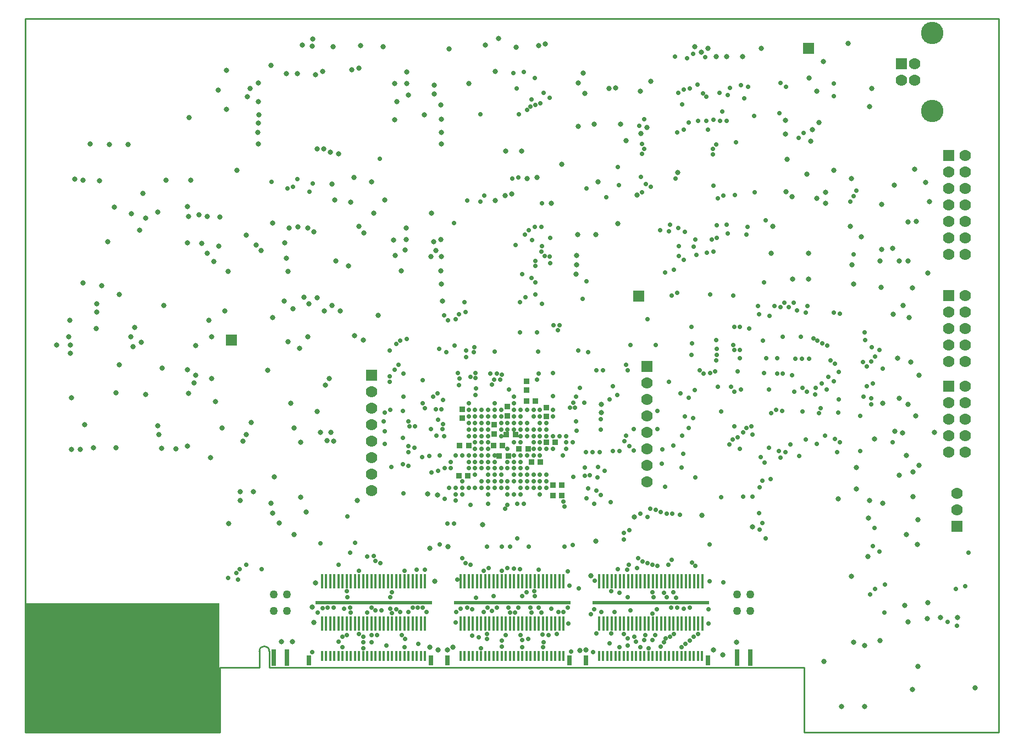
<source format=gbs>
%FSLAX23Y23*%
%MOIN*%
G70*
G01*
G75*
G04 Layer_Color=16711935*
%ADD10C,0.040*%
%ADD11R,0.030X0.030*%
%ADD12R,0.037X0.035*%
%ADD13R,0.037X0.035*%
%ADD14R,0.075X0.020*%
%ADD15R,0.020X0.075*%
%ADD16R,0.330X0.370*%
%ADD17R,0.040X0.160*%
%ADD18R,0.090X0.012*%
%ADD19R,0.012X0.090*%
%ADD20R,0.031X0.060*%
%ADD21R,0.014X0.060*%
%ADD22R,0.030X0.100*%
%ADD23O,0.080X0.024*%
%ADD24O,0.024X0.080*%
%ADD25R,0.070X0.078*%
%ADD26R,0.063X0.063*%
%ADD27R,0.035X0.037*%
%ADD28R,0.035X0.037*%
%ADD29R,0.015X0.100*%
%ADD30O,0.015X0.100*%
%ADD31R,0.098X0.051*%
%ADD32R,0.100X0.052*%
%ADD33R,0.128X0.128*%
%ADD34R,0.020X0.012*%
%ADD35R,0.012X0.020*%
%ADD36R,0.085X0.071*%
%ADD37R,0.071X0.085*%
%ADD38R,0.030X0.030*%
%ADD39R,0.125X0.060*%
%ADD40R,0.030X0.037*%
%ADD41R,0.060X0.050*%
%ADD42R,0.037X0.030*%
%ADD43R,0.050X0.060*%
%ADD44R,0.100X0.095*%
%ADD45R,0.060X0.060*%
%ADD46R,0.060X0.125*%
%ADD47R,0.028X0.017*%
%ADD48R,0.095X0.100*%
%ADD49R,0.063X0.063*%
%ADD50R,0.060X0.060*%
%ADD51O,0.071X0.012*%
%ADD52O,0.012X0.071*%
%ADD53R,0.100X0.280*%
%ADD54R,0.045X0.014*%
%ADD55R,0.057X0.022*%
%ADD56R,0.057X0.022*%
%ADD57R,0.022X0.057*%
%ADD58R,0.022X0.057*%
%ADD59C,0.019*%
%ADD60R,1.170X0.780*%
%ADD61C,0.006*%
%ADD62C,0.008*%
%ADD63C,0.020*%
%ADD64C,0.010*%
%ADD65C,0.015*%
%ADD66C,0.050*%
%ADD67C,0.062*%
%ADD68R,0.062X0.062*%
%ADD69C,0.128*%
%ADD70C,0.236*%
%ADD71C,0.025*%
%ADD72C,0.020*%
%ADD73C,0.040*%
G04:AMPARAMS|DCode=74|XSize=85mil|YSize=85mil|CornerRadius=0mil|HoleSize=0mil|Usage=FLASHONLY|Rotation=0.000|XOffset=0mil|YOffset=0mil|HoleType=Round|Shape=Relief|Width=10mil|Gap=10mil|Entries=4|*
%AMTHD74*
7,0,0,0.085,0.065,0.010,45*
%
%ADD74THD74*%
%ADD75C,0.082*%
%ADD76C,0.132*%
G04:AMPARAMS|DCode=77|XSize=102mil|YSize=102mil|CornerRadius=0mil|HoleSize=0mil|Usage=FLASHONLY|Rotation=0.000|XOffset=0mil|YOffset=0mil|HoleType=Round|Shape=Relief|Width=10mil|Gap=10mil|Entries=4|*
%AMTHD77*
7,0,0,0.102,0.082,0.010,45*
%
%ADD77THD77*%
%ADD78C,0.065*%
G04:AMPARAMS|DCode=79|XSize=178mil|YSize=178mil|CornerRadius=0mil|HoleSize=0mil|Usage=FLASHONLY|Rotation=0.000|XOffset=0mil|YOffset=0mil|HoleType=Round|Shape=Relief|Width=10mil|Gap=10mil|Entries=4|*
%AMTHD79*
7,0,0,0.178,0.158,0.010,45*
%
%ADD79THD79*%
G04:AMPARAMS|DCode=80|XSize=96mil|YSize=96mil|CornerRadius=0mil|HoleSize=0mil|Usage=FLASHONLY|Rotation=0.000|XOffset=0mil|YOffset=0mil|HoleType=Round|Shape=Relief|Width=10mil|Gap=10mil|Entries=4|*
%AMTHD80*
7,0,0,0.096,0.076,0.010,45*
%
%ADD80THD80*%
%ADD81C,0.035*%
%ADD82C,0.030*%
%ADD83C,0.158*%
%ADD84C,0.076*%
%ADD85R,0.016X0.085*%
%ADD86R,0.707X0.020*%
%ADD87C,0.009*%
%ADD88C,0.010*%
%ADD89C,0.012*%
%ADD90C,0.024*%
%ADD91C,0.004*%
%ADD92C,0.008*%
%ADD93C,0.005*%
%ADD94R,0.350X0.200*%
%ADD95R,0.090X0.740*%
%ADD96R,0.500X0.090*%
%ADD97R,0.505X0.090*%
%ADD98C,0.120*%
%ADD99R,0.038X0.038*%
%ADD100C,0.080*%
%ADD101R,0.045X0.043*%
%ADD102R,0.045X0.043*%
%ADD103R,0.083X0.028*%
%ADD104R,0.028X0.083*%
%ADD105R,0.338X0.378*%
%ADD106R,0.048X0.168*%
%ADD107R,0.098X0.020*%
%ADD108R,0.020X0.098*%
%ADD109O,0.088X0.032*%
%ADD110O,0.032X0.088*%
%ADD111R,0.078X0.086*%
%ADD112R,0.071X0.071*%
%ADD113R,0.043X0.045*%
%ADD114R,0.043X0.045*%
%ADD115R,0.023X0.108*%
%ADD116O,0.023X0.108*%
%ADD117R,0.106X0.059*%
%ADD118R,0.108X0.060*%
%ADD119R,0.136X0.136*%
%ADD120R,0.028X0.020*%
%ADD121R,0.020X0.028*%
%ADD122R,0.093X0.079*%
%ADD123R,0.079X0.093*%
%ADD124R,0.038X0.038*%
%ADD125R,0.133X0.068*%
%ADD126R,0.038X0.045*%
%ADD127R,0.068X0.058*%
%ADD128R,0.045X0.038*%
%ADD129R,0.058X0.068*%
%ADD130R,0.108X0.103*%
%ADD131R,0.068X0.068*%
%ADD132R,0.068X0.133*%
%ADD133R,0.036X0.025*%
%ADD134R,0.103X0.108*%
%ADD135R,0.071X0.071*%
%ADD136R,0.068X0.068*%
%ADD137O,0.079X0.020*%
%ADD138O,0.020X0.079*%
%ADD139R,0.108X0.288*%
%ADD140R,0.053X0.022*%
%ADD141R,0.065X0.030*%
%ADD142R,0.065X0.030*%
%ADD143R,0.030X0.065*%
%ADD144R,0.030X0.065*%
%ADD145C,0.027*%
%ADD146R,1.178X0.788*%
%ADD147C,0.058*%
%ADD148C,0.070*%
%ADD149R,0.070X0.070*%
%ADD150C,0.136*%
%ADD151C,0.244*%
%ADD152C,0.033*%
%ADD153C,0.028*%
D20*
X3402Y435D02*
D03*
X4142D02*
D03*
X3302D02*
D03*
X2562D02*
D03*
X2462D02*
D03*
X1722D02*
D03*
D21*
X1825Y462D02*
D03*
X1850D02*
D03*
X1875D02*
D03*
X1900D02*
D03*
X1925D02*
D03*
X1950D02*
D03*
X1975D02*
D03*
X2000D02*
D03*
X2025D02*
D03*
X2050D02*
D03*
X2075D02*
D03*
X2100D02*
D03*
X2125D02*
D03*
X2150D02*
D03*
X2175D02*
D03*
X2200D02*
D03*
X2225D02*
D03*
X2250D02*
D03*
X2275D02*
D03*
X2300D02*
D03*
X2325D02*
D03*
X2350D02*
D03*
X2375D02*
D03*
X2400D02*
D03*
X2640D02*
D03*
X2665D02*
D03*
X2690D02*
D03*
X2715D02*
D03*
X2740D02*
D03*
X2765D02*
D03*
X2790D02*
D03*
X2815D02*
D03*
X2840D02*
D03*
X2865D02*
D03*
X2890D02*
D03*
X2915D02*
D03*
X2940D02*
D03*
X2965D02*
D03*
X2990D02*
D03*
X3015D02*
D03*
X3040D02*
D03*
X3065D02*
D03*
X3090D02*
D03*
X3115D02*
D03*
X3140D02*
D03*
X3165D02*
D03*
X3190D02*
D03*
X3215D02*
D03*
X3240D02*
D03*
X3265D02*
D03*
X3480Y463D02*
D03*
X3505D02*
D03*
X3530D02*
D03*
X3555D02*
D03*
X3580D02*
D03*
X3605D02*
D03*
X3630D02*
D03*
X3655D02*
D03*
X3680D02*
D03*
X3705D02*
D03*
X3730D02*
D03*
X3755D02*
D03*
X3780D02*
D03*
X3805D02*
D03*
X3830D02*
D03*
X3855D02*
D03*
X3880D02*
D03*
X3905D02*
D03*
X3930D02*
D03*
X3955D02*
D03*
X3980D02*
D03*
X4005D02*
D03*
X4030D02*
D03*
X4055D02*
D03*
X4080D02*
D03*
X4105D02*
D03*
X1800Y462D02*
D03*
X2425D02*
D03*
D22*
X1508Y453D02*
D03*
X1587D02*
D03*
X4318Y453D02*
D03*
X4397D02*
D03*
D64*
X1480Y492D02*
G03*
X1420Y492I-30J0D01*
G01*
X5905Y0D02*
Y4330D01*
X0D02*
X5905D01*
X1420Y394D02*
Y492D01*
X1480Y395D02*
Y492D01*
Y394D02*
X4117D01*
X4725D01*
X1180D02*
X1420D01*
X4725Y0D02*
X5905D01*
X4725D02*
Y394D01*
X0Y0D02*
Y4330D01*
Y0D02*
X1180D01*
Y394D01*
D66*
X1588Y737D02*
D03*
Y837D02*
D03*
X1508D02*
D03*
Y737D02*
D03*
X4398D02*
D03*
X4318D02*
D03*
X4318Y837D02*
D03*
X4398D02*
D03*
D85*
X4106Y915D02*
D03*
Y660D02*
D03*
X4006Y915D02*
D03*
X4031D02*
D03*
X4056D02*
D03*
X4006Y660D02*
D03*
X4031D02*
D03*
X4056D02*
D03*
X3931Y915D02*
D03*
X3956D02*
D03*
X3981D02*
D03*
X3931Y660D02*
D03*
X3956D02*
D03*
X3981D02*
D03*
X3856Y915D02*
D03*
X3881D02*
D03*
X3856Y660D02*
D03*
X3881D02*
D03*
X3781Y915D02*
D03*
X3806D02*
D03*
X3781Y660D02*
D03*
X3806D02*
D03*
X3706Y915D02*
D03*
X3731D02*
D03*
X3706Y660D02*
D03*
X3731D02*
D03*
X3606Y915D02*
D03*
X3631D02*
D03*
X3656D02*
D03*
X3606Y660D02*
D03*
X3631D02*
D03*
X3656D02*
D03*
X3531Y915D02*
D03*
X3556D02*
D03*
X3581D02*
D03*
X3531Y660D02*
D03*
X3556D02*
D03*
X3581D02*
D03*
X3481Y915D02*
D03*
Y660D02*
D03*
X3215Y915D02*
D03*
X3240D02*
D03*
X3215Y660D02*
D03*
X3240D02*
D03*
X3140Y915D02*
D03*
X3165D02*
D03*
X3140Y660D02*
D03*
X3165D02*
D03*
X3065Y915D02*
D03*
X3090D02*
D03*
X3065Y660D02*
D03*
X3090D02*
D03*
X2965Y915D02*
D03*
X2990D02*
D03*
X3015D02*
D03*
X2965Y660D02*
D03*
X2990D02*
D03*
X3015D02*
D03*
X2890Y915D02*
D03*
X2915D02*
D03*
X2940D02*
D03*
X2890Y660D02*
D03*
X2915D02*
D03*
X2940D02*
D03*
X2815Y915D02*
D03*
X2840D02*
D03*
X2815Y660D02*
D03*
X2840D02*
D03*
X2740Y915D02*
D03*
X2765D02*
D03*
X2740Y660D02*
D03*
X2765D02*
D03*
X2665Y915D02*
D03*
X2690D02*
D03*
X2665Y660D02*
D03*
X2690D02*
D03*
X2425Y915D02*
D03*
Y660D02*
D03*
X2325Y915D02*
D03*
X2350D02*
D03*
X2375D02*
D03*
X2325Y660D02*
D03*
X2350D02*
D03*
X2375D02*
D03*
X2250Y915D02*
D03*
X2275D02*
D03*
X2300D02*
D03*
X2250Y660D02*
D03*
X2275D02*
D03*
X2300D02*
D03*
X2175Y915D02*
D03*
X2200D02*
D03*
X2175Y660D02*
D03*
X2200D02*
D03*
X2100Y915D02*
D03*
X2125D02*
D03*
X2100Y660D02*
D03*
X2125D02*
D03*
X2025Y915D02*
D03*
X2050D02*
D03*
X2025Y660D02*
D03*
X2050D02*
D03*
X1925Y915D02*
D03*
X1950D02*
D03*
X1975D02*
D03*
X1925Y660D02*
D03*
X1950D02*
D03*
X1975D02*
D03*
X1850Y915D02*
D03*
X1875D02*
D03*
X1900D02*
D03*
X1850Y660D02*
D03*
X1875D02*
D03*
X1900D02*
D03*
X1800Y915D02*
D03*
Y660D02*
D03*
X4081Y915D02*
D03*
Y660D02*
D03*
X3681Y915D02*
D03*
X3756D02*
D03*
X3831D02*
D03*
X3906D02*
D03*
X3681Y660D02*
D03*
X3756D02*
D03*
X3831D02*
D03*
X3906D02*
D03*
X3506Y915D02*
D03*
Y660D02*
D03*
X3040Y915D02*
D03*
X3115D02*
D03*
X3190D02*
D03*
X3265D02*
D03*
X3040Y660D02*
D03*
X3115D02*
D03*
X3190D02*
D03*
X3265D02*
D03*
X2715Y915D02*
D03*
X2790D02*
D03*
X2865D02*
D03*
X2715Y660D02*
D03*
X2790D02*
D03*
X2865D02*
D03*
X2400Y915D02*
D03*
X2640D02*
D03*
X2400Y660D02*
D03*
X2640D02*
D03*
X2075Y915D02*
D03*
X2150D02*
D03*
X2225D02*
D03*
X2075Y660D02*
D03*
X2150D02*
D03*
X2225D02*
D03*
X1825Y915D02*
D03*
X2000D02*
D03*
X1825Y660D02*
D03*
X2000D02*
D03*
D86*
X2113Y787D02*
D03*
X2953D02*
D03*
X3793D02*
D03*
D99*
X2875Y1675D02*
D03*
X2930D02*
D03*
X3050Y1720D02*
D03*
X2995D02*
D03*
X2918Y1805D02*
D03*
X2973D02*
D03*
X2840Y1740D02*
D03*
X2895D02*
D03*
X2685Y1555D02*
D03*
X2630D02*
D03*
X3200Y1500D02*
D03*
X3255D02*
D03*
X3070Y1640D02*
D03*
X3125D02*
D03*
X2690Y1740D02*
D03*
X2635D02*
D03*
X3160Y1759D02*
D03*
X3215D02*
D03*
X3095Y2010D02*
D03*
X3040D02*
D03*
X3200Y1435D02*
D03*
X3255D02*
D03*
D124*
X2845Y1810D02*
D03*
Y1865D02*
D03*
X3160Y1915D02*
D03*
Y1970D02*
D03*
X2650Y1905D02*
D03*
Y1960D02*
D03*
X2925Y1920D02*
D03*
Y1975D02*
D03*
X3040Y2130D02*
D03*
Y2075D02*
D03*
D131*
X4750Y4150D02*
D03*
X1250Y2380D02*
D03*
X3720Y2645D02*
D03*
D146*
X590Y390D02*
D03*
D147*
X118Y79D02*
D03*
X276D02*
D03*
X433D02*
D03*
X591D02*
D03*
X748D02*
D03*
X906D02*
D03*
X1063D02*
D03*
Y236D02*
D03*
X906D02*
D03*
X748D02*
D03*
X591D02*
D03*
X433D02*
D03*
X276D02*
D03*
X118D02*
D03*
X748Y394D02*
D03*
X591D02*
D03*
X433D02*
D03*
X1063Y551D02*
D03*
X906D02*
D03*
X748D02*
D03*
X591D02*
D03*
X433D02*
D03*
X276D02*
D03*
X118D02*
D03*
X1063Y709D02*
D03*
X906D02*
D03*
X748D02*
D03*
X591D02*
D03*
X433D02*
D03*
X276D02*
D03*
X118D02*
D03*
D148*
X5315Y3957D02*
D03*
X5394D02*
D03*
Y4055D02*
D03*
X2100Y2065D02*
D03*
Y1965D02*
D03*
Y1865D02*
D03*
Y1765D02*
D03*
Y1665D02*
D03*
Y1565D02*
D03*
X2100Y1465D02*
D03*
X5700Y2550D02*
D03*
X5600Y2450D02*
D03*
Y2550D02*
D03*
Y2250D02*
D03*
X5700Y2650D02*
D03*
X5600Y2350D02*
D03*
X5700D02*
D03*
Y2450D02*
D03*
Y2000D02*
D03*
X5600Y1900D02*
D03*
Y2000D02*
D03*
Y1700D02*
D03*
X5700Y2100D02*
D03*
Y1700D02*
D03*
X5600Y1800D02*
D03*
X5700D02*
D03*
Y1900D02*
D03*
X5650Y1450D02*
D03*
X5650Y1350D02*
D03*
X5700Y3500D02*
D03*
X5600Y3400D02*
D03*
X5700D02*
D03*
X5600Y3300D02*
D03*
X5700D02*
D03*
X5600Y3200D02*
D03*
X5700D02*
D03*
X5600Y3100D02*
D03*
X5700D02*
D03*
X5600Y3000D02*
D03*
X5700D02*
D03*
X5600Y2900D02*
D03*
X5700D02*
D03*
X3770Y1520D02*
D03*
X3770Y1620D02*
D03*
Y1720D02*
D03*
Y1820D02*
D03*
Y1920D02*
D03*
Y2020D02*
D03*
Y2120D02*
D03*
X5700Y2250D02*
D03*
D149*
X5315Y4055D02*
D03*
X2100Y2165D02*
D03*
X5600Y2650D02*
D03*
Y2100D02*
D03*
X5650Y1250D02*
D03*
X5600Y3500D02*
D03*
X3770Y2220D02*
D03*
D150*
X5500Y4243D02*
D03*
Y3769D02*
D03*
D151*
X197Y394D02*
D03*
X984D02*
D03*
D152*
X5320Y1815D02*
D03*
X5150Y1780D02*
D03*
X3190Y3210D02*
D03*
X2790Y4170D02*
D03*
X3115Y4165D02*
D03*
X1680Y4170D02*
D03*
X2025Y4030D02*
D03*
X1715Y3060D02*
D03*
X2025Y3070D02*
D03*
X2055Y3030D02*
D03*
X1750Y665D02*
D03*
X1740Y760D02*
D03*
X1760Y905D02*
D03*
X2115Y3150D02*
D03*
X3957Y3397D02*
D03*
X4105Y1315D02*
D03*
X282Y1715D02*
D03*
X335Y1715D02*
D03*
X4410Y1245D02*
D03*
X465Y2710D02*
D03*
X350Y2725D02*
D03*
X435Y2600D02*
D03*
X570Y2655D02*
D03*
X985Y2200D02*
D03*
X1035Y2165D02*
D03*
X1130Y2145D02*
D03*
X840Y2590D02*
D03*
X830Y2210D02*
D03*
X705Y2365D02*
D03*
X640Y2400D02*
D03*
X1025Y2120D02*
D03*
X1340Y1805D02*
D03*
X1035Y2345D02*
D03*
X1130Y2400D02*
D03*
X1210Y2555D02*
D03*
X1115Y2500D02*
D03*
X1145Y2855D02*
D03*
X1105Y2905D02*
D03*
X1230Y2795D02*
D03*
X1175Y2950D02*
D03*
X1070Y2965D02*
D03*
X985Y3190D02*
D03*
X990Y3130D02*
D03*
X1055Y3140D02*
D03*
X715Y3270D02*
D03*
X855Y3350D02*
D03*
X1005D02*
D03*
X1105Y3130D02*
D03*
X985Y2970D02*
D03*
X695Y3045D02*
D03*
X805Y3155D02*
D03*
X500Y2975D02*
D03*
X540Y3185D02*
D03*
X450Y3345D02*
D03*
X730Y3120D02*
D03*
X645Y3145D02*
D03*
X350Y3350D02*
D03*
X625Y3565D02*
D03*
X510D02*
D03*
X395Y3570D02*
D03*
X2500Y1440D02*
D03*
X1320Y1765D02*
D03*
X1470Y2195D02*
D03*
X1195Y1845D02*
D03*
X655Y2340D02*
D03*
X570Y2230D02*
D03*
X430Y2450D02*
D03*
X270Y2500D02*
D03*
X435Y2550D02*
D03*
X265Y2400D02*
D03*
X275Y2350D02*
D03*
X190D02*
D03*
X275Y2300D02*
D03*
X995Y3730D02*
D03*
X1220Y3780D02*
D03*
X1170Y3895D02*
D03*
X1220Y4015D02*
D03*
X1415Y3940D02*
D03*
X1500Y3090D02*
D03*
X1600Y3060D02*
D03*
X1655Y3065D02*
D03*
X2100Y3340D02*
D03*
X1975Y3215D02*
D03*
X1979Y4021D02*
D03*
X3735Y3633D02*
D03*
X3770Y3670D02*
D03*
X5290Y2270D02*
D03*
X5015Y2835D02*
D03*
X4855Y3210D02*
D03*
X4905Y3410D02*
D03*
X5010Y3360D02*
D03*
X2180Y3230D02*
D03*
X2465Y3150D02*
D03*
X2520Y2990D02*
D03*
X2310Y3060D02*
D03*
X2477Y2978D02*
D03*
X2490Y2924D02*
D03*
X2310Y2990D02*
D03*
X2235Y2985D02*
D03*
X2245Y2893D02*
D03*
X2305Y2925D02*
D03*
X2460Y2885D02*
D03*
X3795Y3950D02*
D03*
X3729Y3889D02*
D03*
X2530Y2615D02*
D03*
X300Y3355D02*
D03*
X415Y1725D02*
D03*
X550D02*
D03*
X280Y2030D02*
D03*
X360Y1865D02*
D03*
X550Y2060D02*
D03*
X915Y1720D02*
D03*
X730Y2050D02*
D03*
X805Y1860D02*
D03*
X990Y2055D02*
D03*
X2525Y2720D02*
D03*
X2520Y2800D02*
D03*
X2525Y2885D02*
D03*
X5040Y1605D02*
D03*
Y1475D02*
D03*
X5200Y1390D02*
D03*
X4930Y1415D02*
D03*
X5120Y1405D02*
D03*
X5115Y1300D02*
D03*
X5110Y1065D02*
D03*
X5410Y1140D02*
D03*
X5415Y1290D02*
D03*
X5345Y1200D02*
D03*
X5355Y670D02*
D03*
X5185Y555D02*
D03*
X5090Y525D02*
D03*
X4845Y430D02*
D03*
X5380Y260D02*
D03*
X4950Y155D02*
D03*
X5090D02*
D03*
X5335Y770D02*
D03*
X5475Y785D02*
D03*
X5550Y695D02*
D03*
X5655D02*
D03*
X5470Y690D02*
D03*
X5415Y400D02*
D03*
X5760Y270D02*
D03*
X5025Y545D02*
D03*
X5010Y945D02*
D03*
X5385Y1430D02*
D03*
X5300Y1560D02*
D03*
X5385Y1580D02*
D03*
X5420Y1620D02*
D03*
X5345Y1680D02*
D03*
X985Y1735D02*
D03*
X5515Y1820D02*
D03*
X5200Y1995D02*
D03*
X5300Y2025D02*
D03*
X5420Y2165D02*
D03*
X5370Y2245D02*
D03*
X5325Y2590D02*
D03*
X5360Y2515D02*
D03*
X5265Y2535D02*
D03*
X5380Y2695D02*
D03*
X5475Y2785D02*
D03*
X5070Y3005D02*
D03*
X5193Y3202D02*
D03*
X5270Y3320D02*
D03*
X4855Y3275D02*
D03*
X4800Y3240D02*
D03*
X4740Y3385D02*
D03*
X4765Y3585D02*
D03*
X4815Y3700D02*
D03*
X4775Y3655D02*
D03*
X5120Y3795D02*
D03*
X4610Y3712D02*
D03*
X4755Y3970D02*
D03*
X4800Y3890D02*
D03*
X5135Y3905D02*
D03*
X4840Y4070D02*
D03*
X4990Y4180D02*
D03*
X4465Y4150D02*
D03*
X4140D02*
D03*
X4060Y4160D02*
D03*
X3385Y4000D02*
D03*
X3540Y3905D02*
D03*
X3580Y3910D02*
D03*
X3155Y4175D02*
D03*
X2570Y4145D02*
D03*
X2170Y4160D02*
D03*
X3355Y3675D02*
D03*
X3450Y3690D02*
D03*
X3610D02*
D03*
X3645Y3590D02*
D03*
X4650Y3250D02*
D03*
X4615Y3280D02*
D03*
X4535Y3070D02*
D03*
X4525Y2905D02*
D03*
X4750D02*
D03*
Y2750D02*
D03*
X4655D02*
D03*
X5025Y2720D02*
D03*
X3695Y1305D02*
D03*
X3430Y950D02*
D03*
X3460Y1160D02*
D03*
X2565Y1125D02*
D03*
X2485Y915D02*
D03*
X2455Y1115D02*
D03*
X2775Y1260D02*
D03*
X2440Y1445D02*
D03*
X3495Y1990D02*
D03*
Y1940D02*
D03*
X2015Y1405D02*
D03*
X1630Y1200D02*
D03*
X1540Y1270D02*
D03*
X1500Y1330D02*
D03*
X1490Y1390D02*
D03*
X1705Y1335D02*
D03*
X1305Y1405D02*
D03*
X1235Y1265D02*
D03*
X5355Y3095D02*
D03*
Y2860D02*
D03*
X5405Y3100D02*
D03*
X5300Y2860D02*
D03*
X5195Y2930D02*
D03*
X5260Y2935D02*
D03*
X5190Y2700D02*
D03*
X5395Y3415D02*
D03*
X5460Y3335D02*
D03*
X5485Y3220D02*
D03*
X5185Y2860D02*
D03*
X5005Y3070D02*
D03*
X5400Y1920D02*
D03*
X5355Y1990D02*
D03*
X5275Y1825D02*
D03*
X4175Y500D02*
D03*
X4230Y470D02*
D03*
X4315Y545D02*
D03*
X3365Y495D02*
D03*
X3400Y500D02*
D03*
X2455Y515D02*
D03*
X2595D02*
D03*
X2560Y500D02*
D03*
X2505D02*
D03*
X1620Y550D02*
D03*
X1555D02*
D03*
X1285Y3410D02*
D03*
X1340Y3015D02*
D03*
X1180Y3125D02*
D03*
X1430Y2924D02*
D03*
X1400Y2956D02*
D03*
X1585Y2875D02*
D03*
X1595Y2795D02*
D03*
X1570Y2615D02*
D03*
X1500Y2515D02*
D03*
X1595Y2370D02*
D03*
X1715Y2400D02*
D03*
X1996Y2406D02*
D03*
X1910Y2555D02*
D03*
X2050Y2380D02*
D03*
X1815Y2555D02*
D03*
X1625Y2570D02*
D03*
X1860Y2590D02*
D03*
X1720Y2600D02*
D03*
X1770Y2635D02*
D03*
X1690Y2640D02*
D03*
X2140Y2530D02*
D03*
X2280Y2800D02*
D03*
X1960Y2830D02*
D03*
X1885Y2860D02*
D03*
X1750Y3035D02*
D03*
X3345Y2835D02*
D03*
Y2893D02*
D03*
X3340Y2780D02*
D03*
X3350Y3020D02*
D03*
X3460D02*
D03*
X3595Y3085D02*
D03*
X3710Y3260D02*
D03*
X3395Y3875D02*
D03*
X3355Y3940D02*
D03*
X2850Y4010D02*
D03*
X3105Y3365D02*
D03*
X3045Y3360D02*
D03*
X3010Y3525D02*
D03*
X2915D02*
D03*
X2950Y3265D02*
D03*
X2910Y3255D02*
D03*
X2850Y3225D02*
D03*
X3255Y3445D02*
D03*
X1415Y3825D02*
D03*
X1348Y3858D02*
D03*
X1365Y3906D02*
D03*
X1417Y3748D02*
D03*
X1415Y3695D02*
D03*
X1410Y3640D02*
D03*
X1415Y3570D02*
D03*
X1900Y3510D02*
D03*
X2240Y3715D02*
D03*
X2255Y3825D02*
D03*
X2240Y3935D02*
D03*
X2480Y3874D02*
D03*
Y3925D02*
D03*
X2690Y3935D02*
D03*
X2315D02*
D03*
X2325Y3865D02*
D03*
X2420Y3745D02*
D03*
X2520Y3805D02*
D03*
X2525Y3720D02*
D03*
Y3640D02*
D03*
Y3570D02*
D03*
X2978Y4155D02*
D03*
X2870Y4210D02*
D03*
X4254Y4100D02*
D03*
X4352D02*
D03*
X4190D02*
D03*
X4100Y4125D02*
D03*
X4620Y3475D02*
D03*
X4610Y3630D02*
D03*
X3475Y3340D02*
D03*
X2315Y4005D02*
D03*
X1575Y2970D02*
D03*
X1805Y4010D02*
D03*
X1760Y3990D02*
D03*
X2035Y4165D02*
D03*
X1868Y4160D02*
D03*
X1742Y4163D02*
D03*
X1745Y4205D02*
D03*
X1650Y3995D02*
D03*
X1584Y3996D02*
D03*
X1490Y4045D02*
D03*
X1770Y3540D02*
D03*
X1810D02*
D03*
X1850Y3520D02*
D03*
X1878Y3230D02*
D03*
X1860Y3325D02*
D03*
X1995Y3365D02*
D03*
X1845Y2145D02*
D03*
X1665Y2330D02*
D03*
X1820Y2105D02*
D03*
X1770Y1945D02*
D03*
X1855Y1820D02*
D03*
X1870Y1765D02*
D03*
X1830Y1770D02*
D03*
X1790Y1820D02*
D03*
X1630Y1845D02*
D03*
X1670Y1760D02*
D03*
X1610Y1995D02*
D03*
X1510Y1550D02*
D03*
X1385Y1460D02*
D03*
X1305D02*
D03*
X1670Y1425D02*
D03*
X1155Y2005D02*
D03*
X1125Y1665D02*
D03*
X665Y2455D02*
D03*
X828Y1722D02*
D03*
X810Y1805D02*
D03*
X1370Y1880D02*
D03*
D153*
X2785Y3255D02*
D03*
X3135Y3210D02*
D03*
X4185Y2190D02*
D03*
X4090Y2195D02*
D03*
X4115Y2175D02*
D03*
X4155Y2180D02*
D03*
X2475Y2035D02*
D03*
X2505Y1895D02*
D03*
X4615Y3915D02*
D03*
X5025Y3253D02*
D03*
X4375Y3020D02*
D03*
X5065Y1920D02*
D03*
X5260Y1760D02*
D03*
X5180Y1095D02*
D03*
X5150Y1240D02*
D03*
X3104Y2426D02*
D03*
X2220Y1610D02*
D03*
X3015Y825D02*
D03*
X3885Y570D02*
D03*
X4045Y1030D02*
D03*
X4065Y1010D02*
D03*
X3939Y4100D02*
D03*
X3890Y820D02*
D03*
X4795Y2090D02*
D03*
X4740Y2065D02*
D03*
X4715Y1945D02*
D03*
X2565Y2500D02*
D03*
X2540Y2530D02*
D03*
X4455Y1230D02*
D03*
X4570Y1705D02*
D03*
X4490Y1175D02*
D03*
X4470Y1270D02*
D03*
X4610Y1700D02*
D03*
X3985Y1800D02*
D03*
X3690Y1710D02*
D03*
X4065Y1548D02*
D03*
X3775Y2505D02*
D03*
X4905Y2130D02*
D03*
X4870Y2155D02*
D03*
X5105Y2100D02*
D03*
X5140Y2115D02*
D03*
X5135Y2335D02*
D03*
X5200Y2205D02*
D03*
X5130Y2250D02*
D03*
X5155Y2280D02*
D03*
X5180Y2320D02*
D03*
X5080Y2245D02*
D03*
X4935Y2185D02*
D03*
X4885Y2255D02*
D03*
X5095Y2380D02*
D03*
X5090Y2425D02*
D03*
X4910Y2235D02*
D03*
X3920Y2650D02*
D03*
X3955Y2665D02*
D03*
X4155Y2655D02*
D03*
X3835Y1950D02*
D03*
X4025Y2030D02*
D03*
X3905Y2125D02*
D03*
X3865Y1715D02*
D03*
X3980Y1605D02*
D03*
X3990Y1690D02*
D03*
X3930Y1740D02*
D03*
X3860Y1630D02*
D03*
X3880Y1490D02*
D03*
X3665Y1735D02*
D03*
X3690Y1840D02*
D03*
X3645Y1800D02*
D03*
X3635Y1765D02*
D03*
X3605Y1705D02*
D03*
X3515Y1585D02*
D03*
X4050Y1905D02*
D03*
X3425Y1560D02*
D03*
X3395Y1555D02*
D03*
X3325Y1550D02*
D03*
X3505Y2195D02*
D03*
X4475Y2375D02*
D03*
X2295Y1450D02*
D03*
X2515Y1140D02*
D03*
X2560Y1265D02*
D03*
X3465Y1465D02*
D03*
X2600Y1265D02*
D03*
X4280Y2095D02*
D03*
X4200D02*
D03*
X4300Y2320D02*
D03*
X4040Y2290D02*
D03*
X4135Y2910D02*
D03*
X4175Y2915D02*
D03*
X3835Y1840D02*
D03*
X4800Y1750D02*
D03*
X4455Y1485D02*
D03*
X4470Y1525D02*
D03*
X4450Y1330D02*
D03*
X4735Y1775D02*
D03*
X4695Y1675D02*
D03*
X4580Y1665D02*
D03*
X4235Y910D02*
D03*
X3970Y1320D02*
D03*
X4220Y1425D02*
D03*
X4335Y1720D02*
D03*
X4410Y1430D02*
D03*
X4355D02*
D03*
X2125Y1040D02*
D03*
X2000Y1150D02*
D03*
X1955Y1310D02*
D03*
X1970Y1090D02*
D03*
X1790Y1145D02*
D03*
X1435Y990D02*
D03*
X1340Y1015D02*
D03*
X1300Y990D02*
D03*
X1280Y965D02*
D03*
X1290Y925D02*
D03*
X1230Y935D02*
D03*
X1495Y3340D02*
D03*
X1590Y3300D02*
D03*
X1625Y3310D02*
D03*
X1650Y3355D02*
D03*
X1745Y3330D02*
D03*
X2150Y3480D02*
D03*
X2680Y3225D02*
D03*
X4425Y3275D02*
D03*
X4200Y3240D02*
D03*
X4255Y3080D02*
D03*
X4235Y3255D02*
D03*
X4305Y3260D02*
D03*
X4310Y3580D02*
D03*
X4215Y3710D02*
D03*
X4175Y3715D02*
D03*
X4130Y3710D02*
D03*
X4140Y3655D02*
D03*
X4080Y3710D02*
D03*
X4025Y3700D02*
D03*
X3985Y3810D02*
D03*
X4130Y3855D02*
D03*
X4110Y3875D02*
D03*
X4030Y3905D02*
D03*
X3995Y3900D02*
D03*
X3960Y3880D02*
D03*
X4076Y3931D02*
D03*
X4125Y4095D02*
D03*
X4015Y4090D02*
D03*
X4050Y4115D02*
D03*
X3405Y3300D02*
D03*
X3450Y1385D02*
D03*
X2425Y1965D02*
D03*
X3755Y3720D02*
D03*
X3995Y3655D02*
D03*
X4255Y3710D02*
D03*
X3955Y3640D02*
D03*
X3595Y3430D02*
D03*
X3740Y3510D02*
D03*
X3755Y3540D02*
D03*
X3740Y3570D02*
D03*
X3145Y3880D02*
D03*
X3180Y3850D02*
D03*
X3070Y3840D02*
D03*
X3125Y3815D02*
D03*
X3095Y3805D02*
D03*
X4210Y3880D02*
D03*
X3065Y3795D02*
D03*
X3045Y3775D02*
D03*
X2995Y3750D02*
D03*
X3725Y3680D02*
D03*
X2960Y4000D02*
D03*
X3025Y4005D02*
D03*
X2980Y3905D02*
D03*
X3090Y3970D02*
D03*
X4340Y3925D02*
D03*
X4385Y3915D02*
D03*
X4360Y3845D02*
D03*
X4260Y3865D02*
D03*
X4275Y3910D02*
D03*
X5005Y3220D02*
D03*
X5040Y3285D02*
D03*
X4190Y3565D02*
D03*
X4170Y3540D02*
D03*
Y3505D02*
D03*
X4228Y3767D02*
D03*
X2990Y3365D02*
D03*
X2955Y3360D02*
D03*
X2600Y3090D02*
D03*
X2760Y3220D02*
D03*
Y3750D02*
D03*
X4580Y3940D02*
D03*
X4690Y3605D02*
D03*
X4420Y3740D02*
D03*
X5025Y2900D02*
D03*
X4545Y2585D02*
D03*
X4490Y3105D02*
D03*
X4575Y3755D02*
D03*
X4905Y3935D02*
D03*
Y3860D02*
D03*
X4720Y3635D02*
D03*
X4175Y3315D02*
D03*
X4905Y2545D02*
D03*
X4940Y2540D02*
D03*
X4480Y2730D02*
D03*
X3935Y2805D02*
D03*
X3880Y2790D02*
D03*
X3965Y2890D02*
D03*
X4070Y2895D02*
D03*
X4065Y2990D02*
D03*
X4000Y3035D02*
D03*
X3960Y3060D02*
D03*
X3905Y3040D02*
D03*
X3910Y3080D02*
D03*
X3965Y2950D02*
D03*
X4260Y3025D02*
D03*
X4195Y3000D02*
D03*
X4165Y2990D02*
D03*
X4195Y3075D02*
D03*
X4380Y3065D02*
D03*
X3850Y3045D02*
D03*
X3945Y3360D02*
D03*
X3735Y3370D02*
D03*
X3765Y3325D02*
D03*
X3795Y3310D02*
D03*
X3740Y3275D02*
D03*
X3525Y3245D02*
D03*
X3600Y3320D02*
D03*
X3405Y2735D02*
D03*
X3995Y2865D02*
D03*
X4055Y2945D02*
D03*
X4319Y2191D02*
D03*
X4480Y2180D02*
D03*
X4335Y2270D02*
D03*
X4190Y2380D02*
D03*
X4335Y2320D02*
D03*
X4295Y2350D02*
D03*
X4495Y2270D02*
D03*
X4300Y2460D02*
D03*
X4335D02*
D03*
X4390Y2450D02*
D03*
X4450Y2535D02*
D03*
X4445Y2585D02*
D03*
X4295Y2650D02*
D03*
X4515Y2525D02*
D03*
X4595Y2400D02*
D03*
X4580Y2580D02*
D03*
X4605Y2605D02*
D03*
X4630Y2580D02*
D03*
X4660Y2605D02*
D03*
X4680Y2560D02*
D03*
X4735Y2545D02*
D03*
X4743Y2587D02*
D03*
X3355Y2315D02*
D03*
X4850Y1800D02*
D03*
X4045Y2360D02*
D03*
X4815Y1935D02*
D03*
X2265Y2230D02*
D03*
X4780Y2390D02*
D03*
X4805Y2375D02*
D03*
X4835Y2360D02*
D03*
X4865Y2345D02*
D03*
X4705Y2400D02*
D03*
X3070Y2755D02*
D03*
X3015Y2780D02*
D03*
X3380Y2630D02*
D03*
X3185Y3000D02*
D03*
X3135Y2950D02*
D03*
X3130Y2915D02*
D03*
X3150Y2890D02*
D03*
X3180Y2885D02*
D03*
X3185Y2845D02*
D03*
X3130Y3065D02*
D03*
X3090D02*
D03*
X4040Y2460D02*
D03*
X3670Y2350D02*
D03*
X3825D02*
D03*
X3465Y2195D02*
D03*
X3415Y2305D02*
D03*
X3320Y1135D02*
D03*
X3290Y975D02*
D03*
X3490Y1440D02*
D03*
X3470Y1545D02*
D03*
X3405Y1420D02*
D03*
X3415Y1480D02*
D03*
X2295Y2035D02*
D03*
X2240Y2200D02*
D03*
X2410Y1995D02*
D03*
X2985Y1175D02*
D03*
X2807Y1562D02*
D03*
X2886Y1602D02*
D03*
X2925D02*
D03*
X2728Y1484D02*
D03*
X2689D02*
D03*
X2650D02*
D03*
X2886Y1562D02*
D03*
X2847D02*
D03*
X2965D02*
D03*
X3004D02*
D03*
Y1602D02*
D03*
X2965D02*
D03*
X2768Y1484D02*
D03*
X3004D02*
D03*
Y1444D02*
D03*
X2847Y1484D02*
D03*
X2807D02*
D03*
X2847Y1523D02*
D03*
X2650Y1444D02*
D03*
X2610Y1405D02*
D03*
X2700Y1380D02*
D03*
X2847Y1602D02*
D03*
Y1680D02*
D03*
X2807Y1720D02*
D03*
Y1602D02*
D03*
X2847Y1641D02*
D03*
X2965Y1523D02*
D03*
X3161D02*
D03*
Y1484D02*
D03*
X3122Y1444D02*
D03*
Y1484D02*
D03*
X3083D02*
D03*
X3122Y1523D02*
D03*
X3043D02*
D03*
X3083D02*
D03*
X3122Y1562D02*
D03*
X3161D02*
D03*
X3083D02*
D03*
X3043D02*
D03*
Y1484D02*
D03*
X2925Y1523D02*
D03*
X2965Y1444D02*
D03*
X3225Y595D02*
D03*
X3024Y1385D02*
D03*
X2984D02*
D03*
X3004Y1523D02*
D03*
X2910Y1355D02*
D03*
X2886Y1523D02*
D03*
Y1484D02*
D03*
X2925Y1380D02*
D03*
X2925Y1484D02*
D03*
Y1444D02*
D03*
X2807Y1385D02*
D03*
X2860Y755D02*
D03*
X2807Y1444D02*
D03*
Y1523D02*
D03*
X2768D02*
D03*
X2728Y1562D02*
D03*
X2768Y1602D02*
D03*
X2728D02*
D03*
X2689D02*
D03*
X2580D02*
D03*
X2689Y1641D02*
D03*
X2580D02*
D03*
X3004D02*
D03*
X2925Y1720D02*
D03*
X2965Y1759D02*
D03*
X3004D02*
D03*
X2886Y1798D02*
D03*
X2807Y1759D02*
D03*
Y1838D02*
D03*
X2886D02*
D03*
X2965D02*
D03*
X2925Y1641D02*
D03*
X2965Y1680D02*
D03*
Y1641D02*
D03*
X3260Y1680D02*
D03*
X3280Y1720D02*
D03*
X3319Y1759D02*
D03*
X3161Y1720D02*
D03*
X3043Y1602D02*
D03*
X3004Y1680D02*
D03*
X3043D02*
D03*
X3083D02*
D03*
X3122D02*
D03*
Y1720D02*
D03*
X3083D02*
D03*
X3280Y1759D02*
D03*
Y1798D02*
D03*
X3240D02*
D03*
X3201D02*
D03*
X3122Y1759D02*
D03*
X3083D02*
D03*
X2768Y1877D02*
D03*
X3122Y1798D02*
D03*
X3083D02*
D03*
X3161Y1877D02*
D03*
Y1838D02*
D03*
X3122D02*
D03*
X3083D02*
D03*
X3043D02*
D03*
X3004D02*
D03*
X3305Y1970D02*
D03*
X3122Y1877D02*
D03*
X3043D02*
D03*
X3004D02*
D03*
X3201Y1917D02*
D03*
X3122D02*
D03*
X3083D02*
D03*
X3004D02*
D03*
X3430Y718D02*
D03*
X3358Y873D02*
D03*
X3790Y1355D02*
D03*
X3730Y1325D02*
D03*
X3775Y1305D02*
D03*
X3550Y1395D02*
D03*
X3925Y1325D02*
D03*
X3665Y1225D02*
D03*
X3890Y1325D02*
D03*
X3855Y1335D02*
D03*
X3825Y1350D02*
D03*
X3900Y1015D02*
D03*
X3716Y1056D02*
D03*
X4150Y915D02*
D03*
X3995Y750D02*
D03*
X4030Y755D02*
D03*
X3955D02*
D03*
X3917Y757D02*
D03*
X3920Y1045D02*
D03*
X3930Y850D02*
D03*
X3947Y817D02*
D03*
X3655Y820D02*
D03*
X3810D02*
D03*
X3935Y596D02*
D03*
X2990Y755D02*
D03*
X3040Y850D02*
D03*
X2940Y725D02*
D03*
X2930Y755D02*
D03*
X2915Y590D02*
D03*
X2890Y555D02*
D03*
X2840Y825D02*
D03*
X2620Y925D02*
D03*
X2700Y1015D02*
D03*
X2670Y1025D02*
D03*
X2650Y1055D02*
D03*
X2800Y565D02*
D03*
Y595D02*
D03*
X2750Y575D02*
D03*
X2780Y730D02*
D03*
X2805Y755D02*
D03*
X2830Y735D02*
D03*
X2924Y995D02*
D03*
X2710Y585D02*
D03*
X2735Y815D02*
D03*
X3000Y990D02*
D03*
X2965Y992D02*
D03*
X2890Y980D02*
D03*
X2780D02*
D03*
X2810Y995D02*
D03*
X2385Y535D02*
D03*
X2300Y980D02*
D03*
X2425Y985D02*
D03*
X2375D02*
D03*
X2225Y850D02*
D03*
X2215Y820D02*
D03*
X2303Y568D02*
D03*
X2285Y590D02*
D03*
X1900Y1015D02*
D03*
X1870Y755D02*
D03*
X1835D02*
D03*
X1803Y752D02*
D03*
X1775Y725D02*
D03*
X1900Y550D02*
D03*
X1924Y579D02*
D03*
X1950Y590D02*
D03*
X1955Y820D02*
D03*
X1950Y855D02*
D03*
X2050Y545D02*
D03*
X2025Y980D02*
D03*
X2050Y580D02*
D03*
X2025Y595D02*
D03*
X1970Y755D02*
D03*
X1975Y725D02*
D03*
X1935Y750D02*
D03*
X2100Y590D02*
D03*
X2135D02*
D03*
X2190Y525D02*
D03*
X2100Y545D02*
D03*
X2075Y725D02*
D03*
X2100Y755D02*
D03*
X2125Y740D02*
D03*
X2160D02*
D03*
X2350Y755D02*
D03*
X2325Y730D02*
D03*
X2380Y755D02*
D03*
X2410D02*
D03*
X2435Y730D02*
D03*
X2155Y1025D02*
D03*
X2115Y1070D02*
D03*
X2075Y1065D02*
D03*
X3015Y515D02*
D03*
X3140Y515D02*
D03*
X2300Y515D02*
D03*
X2050Y510D02*
D03*
X2275Y730D02*
D03*
X2250Y745D02*
D03*
X2225Y724D02*
D03*
X2215Y750D02*
D03*
X1925Y515D02*
D03*
X2710Y745D02*
D03*
X2680Y755D02*
D03*
X2640Y750D02*
D03*
X2615Y730D02*
D03*
X2610Y665D02*
D03*
X2765Y510D02*
D03*
X2890Y520D02*
D03*
X2940Y1125D02*
D03*
X2800D02*
D03*
X2965Y1877D02*
D03*
Y1917D02*
D03*
X2925Y1838D02*
D03*
Y1877D02*
D03*
X2886D02*
D03*
Y1917D02*
D03*
X2807Y1641D02*
D03*
X2768D02*
D03*
X2728D02*
D03*
X2689Y1680D02*
D03*
X2650D02*
D03*
X2610D02*
D03*
X2728D02*
D03*
Y1720D02*
D03*
X2768Y1759D02*
D03*
X2728D02*
D03*
X2768Y1798D02*
D03*
Y1838D02*
D03*
X2728Y1798D02*
D03*
X2689D02*
D03*
X2728Y1838D02*
D03*
X2689D02*
D03*
X2807Y1877D02*
D03*
X2728D02*
D03*
X2689D02*
D03*
X2728Y1917D02*
D03*
X3083Y1956D02*
D03*
X3201Y1956D02*
D03*
X2689Y1956D02*
D03*
Y1917D02*
D03*
X2768D02*
D03*
X2807D02*
D03*
Y1956D02*
D03*
X2768D02*
D03*
X2728D02*
D03*
X2886D02*
D03*
X2965D02*
D03*
X3043D02*
D03*
X3122D02*
D03*
X2847Y1917D02*
D03*
X1740Y485D02*
D03*
X3005Y590D02*
D03*
X3015Y560D02*
D03*
X3050Y565D02*
D03*
X2970Y725D02*
D03*
X3065Y755D02*
D03*
X3070Y725D02*
D03*
X3115Y755D02*
D03*
X3130Y725D02*
D03*
X3295Y660D02*
D03*
X3290Y755D02*
D03*
X3136Y594D02*
D03*
X3175Y590D02*
D03*
X3090Y825D02*
D03*
X3086Y856D02*
D03*
X3115Y985D02*
D03*
X3145Y545D02*
D03*
X3189Y751D02*
D03*
X3235Y730D02*
D03*
X3265D02*
D03*
X3310Y490D02*
D03*
X3455Y920D02*
D03*
X3445Y485D02*
D03*
X3605Y845D02*
D03*
X3555Y855D02*
D03*
X2890Y1125D02*
D03*
X3465Y600D02*
D03*
X3555D02*
D03*
X3300Y890D02*
D03*
X3495Y730D02*
D03*
X3575D02*
D03*
X3545Y540D02*
D03*
X3605Y515D02*
D03*
X3630Y595D02*
D03*
X3655Y525D02*
D03*
Y570D02*
D03*
X3695Y580D02*
D03*
X3660Y1015D02*
D03*
X3705Y550D02*
D03*
X3670Y740D02*
D03*
X3730Y515D02*
D03*
X3755Y560D02*
D03*
X3710Y995D02*
D03*
X3760Y590D02*
D03*
X3450Y745D02*
D03*
X3780Y510D02*
D03*
X3805Y560D02*
D03*
X3820Y590D02*
D03*
X3805Y720D02*
D03*
X3830Y745D02*
D03*
X3855Y520D02*
D03*
X3875Y545D02*
D03*
X3630Y1210D02*
D03*
Y1170D02*
D03*
X3805Y850D02*
D03*
X3650Y985D02*
D03*
X3745Y1035D02*
D03*
X3775Y1025D02*
D03*
X3835Y1010D02*
D03*
X3805Y1015D02*
D03*
X4080Y595D02*
D03*
X4055Y580D02*
D03*
X4030Y555D02*
D03*
X4145Y660D02*
D03*
Y745D02*
D03*
X4005Y535D02*
D03*
X3980Y515D02*
D03*
X3875Y845D02*
D03*
X3910Y580D02*
D03*
X2807Y1798D02*
D03*
X3004D02*
D03*
X2630Y2105D02*
D03*
X2725Y2335D02*
D03*
X2670Y2550D02*
D03*
X3001Y2610D02*
D03*
X3035Y2640D02*
D03*
X3095Y2655D02*
D03*
X2720Y2305D02*
D03*
X2675Y2315D02*
D03*
X2730Y2150D02*
D03*
X2700Y2155D02*
D03*
X2630Y2535D02*
D03*
X2635Y2145D02*
D03*
X2605Y2346D02*
D03*
X2555Y2305D02*
D03*
X2510Y2325D02*
D03*
X3135Y2600D02*
D03*
X3095Y2730D02*
D03*
X3230Y2440D02*
D03*
X3205Y2470D02*
D03*
X3240D02*
D03*
X3200Y2040D02*
D03*
X3325Y2000D02*
D03*
X3340Y2035D02*
D03*
X3105Y2140D02*
D03*
X3115Y2175D02*
D03*
X3004Y1956D02*
D03*
X3055Y3045D02*
D03*
X3030Y3020D02*
D03*
X2975Y2955D02*
D03*
X3075Y2985D02*
D03*
X2730Y2045D02*
D03*
X2735Y2085D02*
D03*
X2820Y2175D02*
D03*
X2860D02*
D03*
X2890Y2170D02*
D03*
X2830Y2110D02*
D03*
X2880Y2140D02*
D03*
X2847Y1995D02*
D03*
X2965D02*
D03*
X3095Y2860D02*
D03*
Y2830D02*
D03*
X2965Y2035D02*
D03*
X3000Y2425D02*
D03*
X2847Y2310D02*
D03*
X2625Y2180D02*
D03*
X2730D02*
D03*
X2845Y2140D02*
D03*
X2935Y2080D02*
D03*
X2847Y1956D02*
D03*
X2689Y1995D02*
D03*
X3335Y1970D02*
D03*
X3390Y2000D02*
D03*
X3365Y2090D02*
D03*
X2535Y2015D02*
D03*
X2665Y2610D02*
D03*
X2525Y1960D02*
D03*
X2490D02*
D03*
X2535Y1870D02*
D03*
X2410Y2135D02*
D03*
X3043Y1798D02*
D03*
X2768Y1720D02*
D03*
X2807Y1680D02*
D03*
X2768D02*
D03*
X2530Y1840D02*
D03*
X2460D02*
D03*
X2540Y1798D02*
D03*
X2495Y1800D02*
D03*
X2514Y1680D02*
D03*
X2610Y2505D02*
D03*
X2675Y2275D02*
D03*
X2450Y1675D02*
D03*
X2210Y2125D02*
D03*
X2505Y1585D02*
D03*
X2610Y1444D02*
D03*
Y1484D02*
D03*
X2571D02*
D03*
X2545Y1602D02*
D03*
X2500Y2055D02*
D03*
X2365Y1855D02*
D03*
X2180Y1940D02*
D03*
X2465Y1575D02*
D03*
X2545Y1415D02*
D03*
X2650Y1523D02*
D03*
X2295Y2175D02*
D03*
X2210Y2160D02*
D03*
X2215Y1955D02*
D03*
X2175Y1886D02*
D03*
X2180Y1825D02*
D03*
X2325Y1885D02*
D03*
X2290Y1950D02*
D03*
X2330Y1855D02*
D03*
X2360Y1725D02*
D03*
X2290Y1785D02*
D03*
X2325Y1735D02*
D03*
Y1700D02*
D03*
Y1615D02*
D03*
X2406Y1669D02*
D03*
X2180Y1750D02*
D03*
X3161Y1798D02*
D03*
X3490Y1900D02*
D03*
Y1835D02*
D03*
X3340Y1885D02*
D03*
X3345Y1830D02*
D03*
X3270Y1125D02*
D03*
X2290Y1625D02*
D03*
X3201Y1720D02*
D03*
X3200Y2180D02*
D03*
X3110Y2310D02*
D03*
X3270Y1370D02*
D03*
X3265Y1400D02*
D03*
X3595Y990D02*
D03*
X3395Y1605D02*
D03*
X3400Y1700D02*
D03*
X3475Y1610D02*
D03*
X3565Y1705D02*
D03*
X3440Y1700D02*
D03*
X3485D02*
D03*
X4555Y1955D02*
D03*
X4525Y1935D02*
D03*
X4590Y1950D02*
D03*
X2315Y2385D02*
D03*
X2210Y2315D02*
D03*
X4650Y2165D02*
D03*
X4595Y2175D02*
D03*
X4560Y2270D02*
D03*
X4790Y2050D02*
D03*
X4715Y2090D02*
D03*
X4560Y2175D02*
D03*
X4000Y1915D02*
D03*
X4025Y1845D02*
D03*
X4300Y1855D02*
D03*
X4405D02*
D03*
X4375Y1845D02*
D03*
X4355Y1820D02*
D03*
X4320Y1790D02*
D03*
X4290Y1775D02*
D03*
X4270Y1745D02*
D03*
X4220Y1945D02*
D03*
X4060Y2075D02*
D03*
X4340Y2080D02*
D03*
X4300Y2065D02*
D03*
X4665D02*
D03*
X4510Y2080D02*
D03*
X4190Y2255D02*
D03*
X4195Y2290D02*
D03*
Y2325D02*
D03*
X2275Y2375D02*
D03*
X2250Y2355D02*
D03*
X3565Y2100D02*
D03*
X3975Y2055D02*
D03*
X3545Y2020D02*
D03*
X3590Y2045D02*
D03*
X3645Y2230D02*
D03*
X3655Y2195D02*
D03*
X4670Y2265D02*
D03*
X4710D02*
D03*
X4755D02*
D03*
X4830Y2115D02*
D03*
X4825Y1965D02*
D03*
X5105Y2220D02*
D03*
X4150Y1140D02*
D03*
X4410Y1805D02*
D03*
X4520Y1535D02*
D03*
X4640Y1745D02*
D03*
X4510Y1725D02*
D03*
X4485Y1635D02*
D03*
X4460Y1669D02*
D03*
X5130Y2025D02*
D03*
X5085Y2035D02*
D03*
X4860Y2080D02*
D03*
X5130Y1990D02*
D03*
X4935Y2020D02*
D03*
X4930Y1940D02*
D03*
X4925Y1700D02*
D03*
X4910Y1780D02*
D03*
X4940Y1760D02*
D03*
X5215Y895D02*
D03*
X5720Y1090D02*
D03*
X5650Y645D02*
D03*
X5595Y670D02*
D03*
X5645Y870D02*
D03*
X5700Y885D02*
D03*
X5210Y725D02*
D03*
X5155Y870D02*
D03*
X5125Y835D02*
D03*
X5140Y1130D02*
D03*
X5065Y1705D02*
D03*
X1725Y3280D02*
D03*
X3055Y1125D02*
D03*
M02*

</source>
